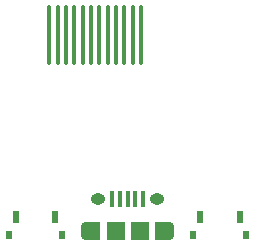
<source format=gbr>
%TF.GenerationSoftware,KiCad,Pcbnew,(6.0.9)*%
%TF.CreationDate,2023-01-20T21:16:28+01:00*%
%TF.ProjectId,AGH-CLK-01,4147482d-434c-44b2-9d30-312e6b696361,rev?*%
%TF.SameCoordinates,Original*%
%TF.FileFunction,Paste,Bot*%
%TF.FilePolarity,Positive*%
%FSLAX46Y46*%
G04 Gerber Fmt 4.6, Leading zero omitted, Abs format (unit mm)*
G04 Created by KiCad (PCBNEW (6.0.9)) date 2023-01-20 21:16:28*
%MOMM*%
%LPD*%
G01*
G04 APERTURE LIST*
G04 Aperture macros list*
%AMRoundRect*
0 Rectangle with rounded corners*
0 $1 Rounding radius*
0 $2 $3 $4 $5 $6 $7 $8 $9 X,Y pos of 4 corners*
0 Add a 4 corners polygon primitive as box body*
4,1,4,$2,$3,$4,$5,$6,$7,$8,$9,$2,$3,0*
0 Add four circle primitives for the rounded corners*
1,1,$1+$1,$2,$3*
1,1,$1+$1,$4,$5*
1,1,$1+$1,$6,$7*
1,1,$1+$1,$8,$9*
0 Add four rect primitives between the rounded corners*
20,1,$1+$1,$2,$3,$4,$5,0*
20,1,$1+$1,$4,$5,$6,$7,0*
20,1,$1+$1,$6,$7,$8,$9,0*
20,1,$1+$1,$8,$9,$2,$3,0*%
G04 Aperture macros list end*
%ADD10O,1.250000X0.950000*%
%ADD11O,0.890000X1.550000*%
%ADD12R,0.400000X1.350000*%
%ADD13R,1.200000X1.550000*%
%ADD14R,1.500000X1.550000*%
%ADD15RoundRect,0.087500X-0.087500X2.412500X-0.087500X-2.412500X0.087500X-2.412500X0.087500X2.412500X0*%
%ADD16R,0.600000X1.000000*%
%ADD17R,0.500000X0.800000*%
G04 APERTURE END LIST*
D10*
%TO.C,J2*%
X201890000Y-81614000D03*
D11*
X207890000Y-84314000D03*
D10*
X206890000Y-81614000D03*
D11*
X200890000Y-84314000D03*
D12*
X205690000Y-81614000D03*
X205040000Y-81614000D03*
X204390000Y-81614000D03*
X203740000Y-81614000D03*
X203090000Y-81614000D03*
D13*
X201490000Y-84314000D03*
X207290000Y-84314000D03*
D14*
X203390000Y-84314000D03*
X205390000Y-84314000D03*
%TD*%
D15*
%TO.C,J4*%
X197761250Y-67769000D03*
X198466477Y-67769000D03*
X199171704Y-67769000D03*
X199876931Y-67769000D03*
X200582158Y-67769000D03*
X201287385Y-67769000D03*
X201992612Y-67769000D03*
X202697839Y-67769000D03*
X203403066Y-67769000D03*
X204108293Y-67769000D03*
X204813520Y-67769000D03*
X205518750Y-67769000D03*
%TD*%
D16*
%TO.C,SW2*%
X194890000Y-83099000D03*
X198265000Y-83099000D03*
D17*
X198840000Y-84699000D03*
X194340000Y-84699000D03*
%TD*%
D16*
%TO.C,SW1*%
X210490000Y-83099000D03*
X213865000Y-83099000D03*
D17*
X214440000Y-84699000D03*
X209940000Y-84699000D03*
%TD*%
M02*

</source>
